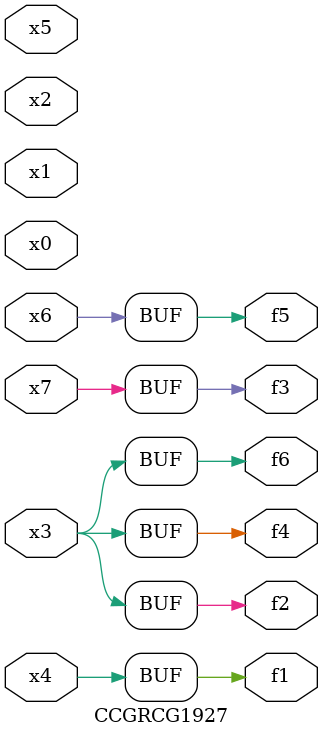
<source format=v>
module CCGRCG1927(
	input x0, x1, x2, x3, x4, x5, x6, x7,
	output f1, f2, f3, f4, f5, f6
);
	assign f1 = x4;
	assign f2 = x3;
	assign f3 = x7;
	assign f4 = x3;
	assign f5 = x6;
	assign f6 = x3;
endmodule

</source>
